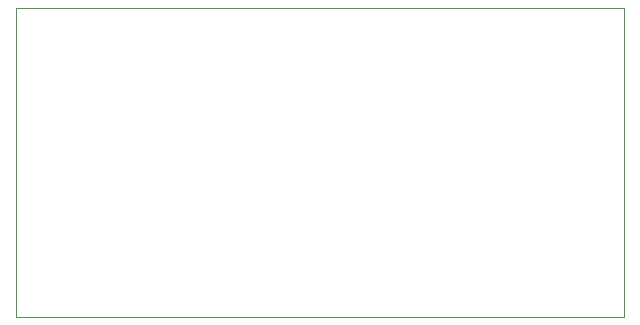
<source format=gbr>
%TF.GenerationSoftware,KiCad,Pcbnew,(6.0.2)*%
%TF.CreationDate,2022-03-27T20:09:04+02:00*%
%TF.ProjectId,pcb,7063622e-6b69-4636-9164-5f7063625858,rev?*%
%TF.SameCoordinates,Original*%
%TF.FileFunction,Profile,NP*%
%FSLAX46Y46*%
G04 Gerber Fmt 4.6, Leading zero omitted, Abs format (unit mm)*
G04 Created by KiCad (PCBNEW (6.0.2)) date 2022-03-27 20:09:04*
%MOMM*%
%LPD*%
G01*
G04 APERTURE LIST*
%TA.AperFunction,Profile*%
%ADD10C,0.100000*%
%TD*%
G04 APERTURE END LIST*
D10*
X99000000Y-68000000D02*
X47500000Y-68000000D01*
X47500000Y-68000000D02*
X47500000Y-41900000D01*
X47500000Y-41900000D02*
X99000000Y-41900000D01*
X99000000Y-41900000D02*
X99000000Y-68000000D01*
M02*

</source>
